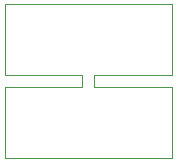
<source format=gbr>
G04 #@! TF.GenerationSoftware,KiCad,Pcbnew,5.1.5*
G04 #@! TF.CreationDate,2020-05-28T11:24:39+03:00*
G04 #@! TF.ProjectId,hc245t-bypass-panel,68633234-3574-42d6-9279-706173732d70,rev?*
G04 #@! TF.SameCoordinates,Original*
G04 #@! TF.FileFunction,Profile,NP*
%FSLAX46Y46*%
G04 Gerber Fmt 4.6, Leading zero omitted, Abs format (unit mm)*
G04 Created by KiCad (PCBNEW 5.1.5) date 2020-05-28 11:24:39*
%MOMM*%
%LPD*%
G04 APERTURE LIST*
%ADD10C,0.050000*%
G04 APERTURE END LIST*
D10*
X26000000Y-33000000D02*
X25000000Y-33000000D01*
X26000000Y-26000000D02*
X26000000Y-27000000D01*
X25000000Y-26000000D02*
X25000000Y-27000000D01*
X25000000Y-20000000D02*
X26000000Y-20000000D01*
X25000000Y-26000000D02*
X18400000Y-26000000D01*
X18400000Y-20000000D02*
X25000000Y-20000000D01*
X18400000Y-26000000D02*
X18400000Y-20000000D01*
X18400000Y-27000000D02*
X25000000Y-27000000D01*
X25000000Y-33000000D02*
X18400000Y-33000000D01*
X18400000Y-33000000D02*
X18400000Y-27000000D01*
X32600000Y-33000000D02*
X26000000Y-33000000D01*
X32600000Y-27000000D02*
X32600000Y-33000000D01*
X26000000Y-27000000D02*
X32600000Y-27000000D01*
X32600000Y-26000000D02*
X26000000Y-26000000D01*
X32600000Y-20000000D02*
X32600000Y-26000000D01*
X26000000Y-20000000D02*
X32600000Y-20000000D01*
M02*

</source>
